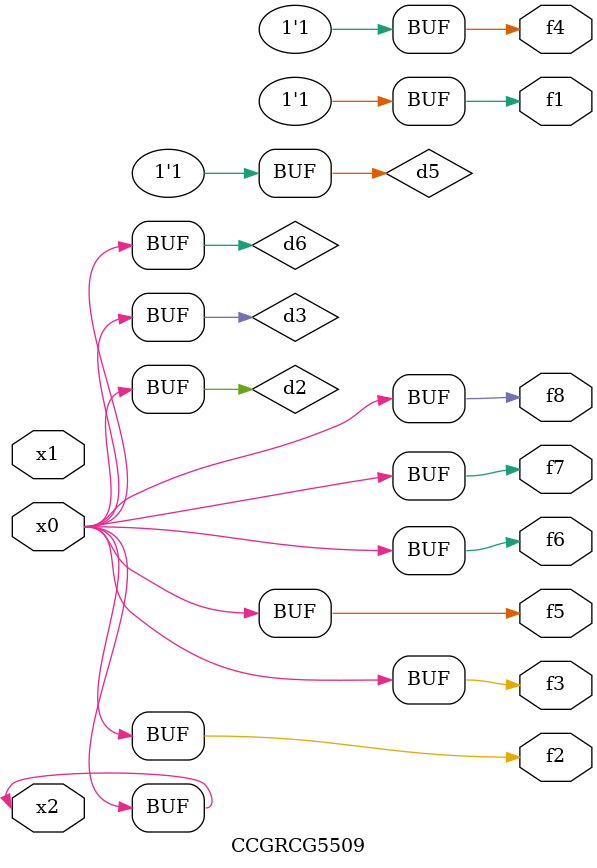
<source format=v>
module CCGRCG5509(
	input x0, x1, x2,
	output f1, f2, f3, f4, f5, f6, f7, f8
);

	wire d1, d2, d3, d4, d5, d6;

	xnor (d1, x2);
	buf (d2, x0, x2);
	and (d3, x0);
	xnor (d4, x1, x2);
	nand (d5, d1, d3);
	buf (d6, d2, d3);
	assign f1 = d5;
	assign f2 = d6;
	assign f3 = d6;
	assign f4 = d5;
	assign f5 = d6;
	assign f6 = d6;
	assign f7 = d6;
	assign f8 = d6;
endmodule

</source>
